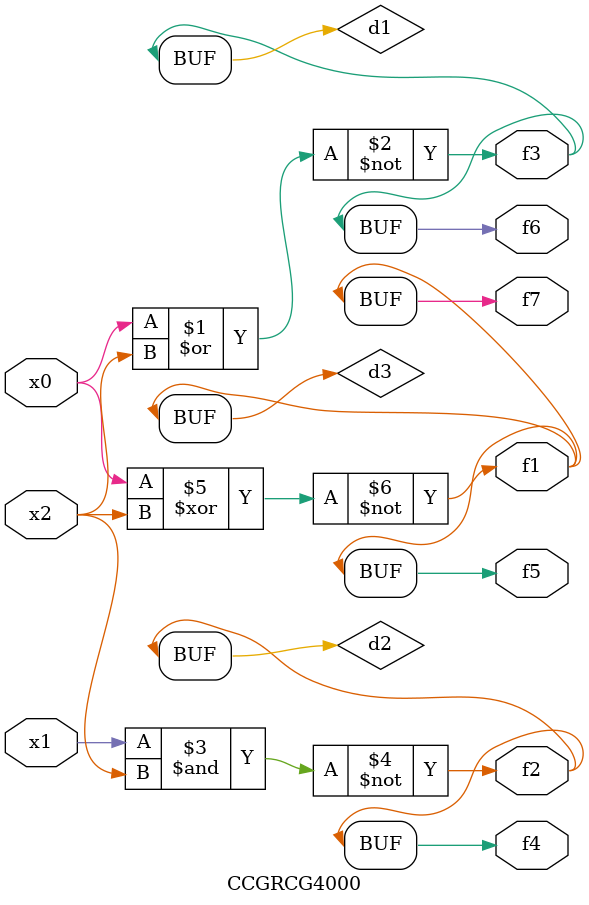
<source format=v>
module CCGRCG4000(
	input x0, x1, x2,
	output f1, f2, f3, f4, f5, f6, f7
);

	wire d1, d2, d3;

	nor (d1, x0, x2);
	nand (d2, x1, x2);
	xnor (d3, x0, x2);
	assign f1 = d3;
	assign f2 = d2;
	assign f3 = d1;
	assign f4 = d2;
	assign f5 = d3;
	assign f6 = d1;
	assign f7 = d3;
endmodule

</source>
